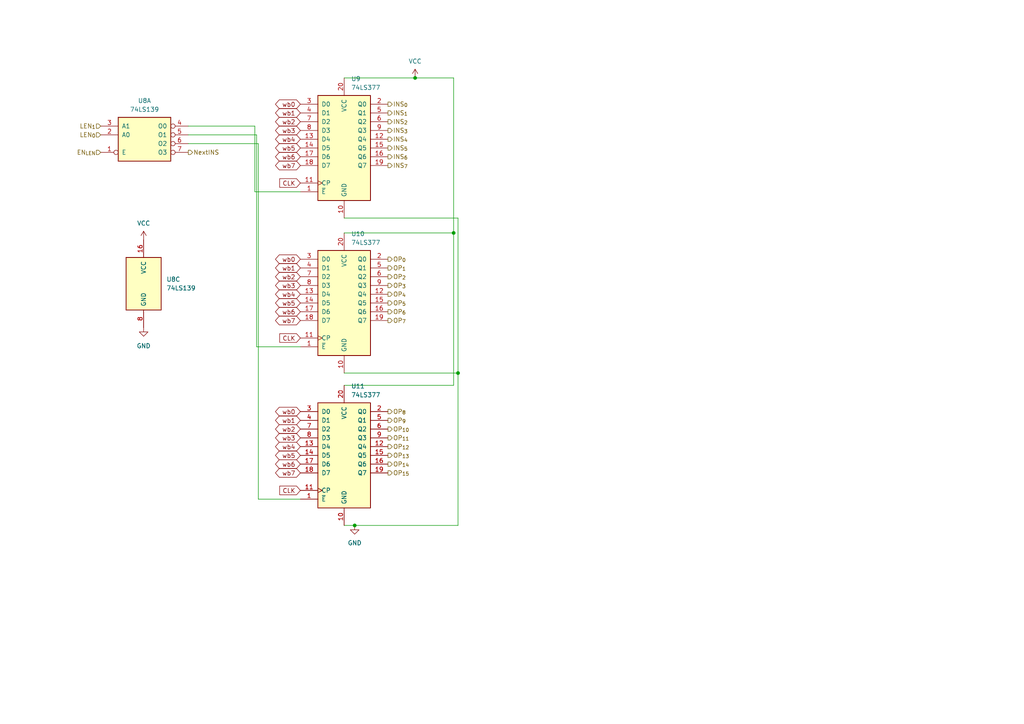
<source format=kicad_sch>
(kicad_sch (version 20211123) (generator eeschema)
  (paper "A4")
  (lib_symbols
    (symbol "74xx:74LS139" (pin_names (offset 1.016))
      (property "Reference" "U" (at -7.62 8.89 0))
      (property "Value" "74LS139" (at -7.62 -8.89 0))
      (symbol "74LS139_1_0"
        (pin input inverted (at -12.7 -5.08 0) (length 5.08) (name "E") (number "1"))
        (pin input line (at -12.7 0 0) (length 5.08) (name "A0") (number "2"))
        (pin input line (at -12.7 2.54 0) (length 5.08) (name "A1") (number "3"))
        (pin output inverted (at 12.7 2.54 180) (length 5.08) (name "O0") (number "4"))
        (pin output inverted (at 12.7 0 180) (length 5.08) (name "O1") (number "5"))
        (pin output inverted (at 12.7 -2.54 180) (length 5.08) (name "O2") (number "6"))
        (pin output inverted (at 12.7 -5.08 180) (length 5.08) (name "O3") (number "7"))
      )
      (symbol "74LS139_1_1"
        (rectangle (start -7.62 5.08) (end 7.62 -7.62) (stroke (width 0.254)) (fill (type background)))
      )
      (symbol "74LS139_2_0"
        (pin output inverted (at 12.7 -2.54 180) (length 5.08) (name "O2") (number "10"))
        (pin output inverted (at 12.7 0 180) (length 5.08) (name "O1") (number "11"))
        (pin output inverted (at 12.7 2.54 180) (length 5.08) (name "O0") (number "12"))
        (pin input line (at -12.7 2.54 0) (length 5.08) (name "A1") (number "13"))
        (pin input line (at -12.7 0 0) (length 5.08) (name "A0") (number "14"))
        (pin input inverted (at -12.7 -5.08 0) (length 5.08) (name "E") (number "15"))
        (pin output inverted (at 12.7 -5.08 180) (length 5.08) (name "O3") (number "9"))
      )
      (symbol "74LS139_2_1"
        (rectangle (start -7.62 5.08) (end 7.62 -7.62) (stroke (width 0.254)) (fill (type background)))
      )
      (symbol "74LS139_3_0"
        (pin power_in line (at 0 12.7 270) (length 5.08) (name "VCC") (number "16"))
        (pin power_in line (at 0 -12.7 90) (length 5.08) (name "GND") (number "8"))
      )
      (symbol "74LS139_3_1"
        (rectangle (start -5.08 7.62) (end 5.08 -7.62) (stroke (width 0.254)) (fill (type background)))
      )
    )
    (symbol "74xx:74LS377" (pin_names (offset 1.016))
      (property "Reference" "U" (at -7.62 16.51 0))
      (property "Value" "74LS377" (at -7.62 -16.51 0))
      (symbol "74LS377_1_0"
        (pin input line (at -12.7 -12.7 0) (length 5.08) (name "~{E}") (number "1"))
        (pin power_in line (at 0 -20.32 90) (length 5.08) (name "GND") (number "10"))
        (pin input clock (at -12.7 -10.16 0) (length 5.08) (name "CP") (number "11"))
        (pin output line (at 12.7 2.54 180) (length 5.08) (name "Q4") (number "12"))
        (pin input line (at -12.7 2.54 0) (length 5.08) (name "D4") (number "13"))
        (pin input line (at -12.7 0 0) (length 5.08) (name "D5") (number "14"))
        (pin output line (at 12.7 0 180) (length 5.08) (name "Q5") (number "15"))
        (pin output line (at 12.7 -2.54 180) (length 5.08) (name "Q6") (number "16"))
        (pin input line (at -12.7 -2.54 0) (length 5.08) (name "D6") (number "17"))
        (pin input line (at -12.7 -5.08 0) (length 5.08) (name "D7") (number "18"))
        (pin output line (at 12.7 -5.08 180) (length 5.08) (name "Q7") (number "19"))
        (pin output line (at 12.7 12.7 180) (length 5.08) (name "Q0") (number "2"))
        (pin power_in line (at 0 20.32 270) (length 5.08) (name "VCC") (number "20"))
        (pin input line (at -12.7 12.7 0) (length 5.08) (name "D0") (number "3"))
        (pin input line (at -12.7 10.16 0) (length 5.08) (name "D1") (number "4"))
        (pin output line (at 12.7 10.16 180) (length 5.08) (name "Q1") (number "5"))
        (pin output line (at 12.7 7.62 180) (length 5.08) (name "Q2") (number "6"))
        (pin input line (at -12.7 7.62 0) (length 5.08) (name "D2") (number "7"))
        (pin input line (at -12.7 5.08 0) (length 5.08) (name "D3") (number "8"))
        (pin output line (at 12.7 5.08 180) (length 5.08) (name "Q3") (number "9"))
      )
      (symbol "74LS377_1_1"
        (rectangle (start -7.62 15.24) (end 7.62 -15.24) (stroke (width 0.254)) (fill (type background)))
      )
    )
    (symbol "power:GND" (power) (pin_names (offset 0))
      (property "Value" "GND" (at 0 -3.81 0))
      (symbol "GND_0_1"
        (polyline (pts (xy 0 0) (xy 0 -1.27) (xy 1.27 -1.27) (xy 0 -2.54) (xy -1.27 -1.27) (xy 0 -1.27)))
      )
      (symbol "GND_1_1"
        (pin power_in line (at 0 0 270) (length 0) hide (name "GND") (number "1"))
      )
    )
    (symbol "power:VCC" (power) (pin_names (offset 0))
      (property "Value" "VCC" (at 0 3.81 0))
      (symbol "VCC_0_1"
        (polyline (pts (xy -0.762 1.27) (xy 0 2.54)))
        (polyline (pts (xy 0 0) (xy 0 2.54)))
        (polyline (pts (xy 0 2.54) (xy 0.762 1.27)))
      )
      (symbol "VCC_1_1"
        (pin power_in line (at 0 0 90) (length 0) hide (name "VCC") (number "1"))
      )
    )
  )
  (junction (at 120.396 22.606))
  (junction (at 132.842 108.204))
  (junction (at 131.572 67.564))
  (junction (at 102.87 152.4))
  (wire (pts (xy 99.822 67.564) (xy 131.572 67.564)))
  (wire (pts (xy 99.822 63.246) (xy 132.842 63.246)))
  (wire (pts (xy 99.822 22.606) (xy 120.396 22.606)))
  (wire (pts (xy 99.822 152.4) (xy 102.87 152.4)))
  (wire (pts (xy 102.87 152.4) (xy 132.842 152.4)))
  (wire (pts (xy 74.422 39.116) (xy 74.422 100.584)))
  (wire (pts (xy 131.572 111.76) (xy 99.822 111.76)))
  (wire (pts (xy 132.842 108.204) (xy 132.842 152.4)))
  (wire (pts (xy 73.914 36.576) (xy 73.914 55.626)))
  (wire (pts (xy 99.822 108.204) (xy 132.842 108.204)))
  (wire (pts (xy 87.122 100.584) (xy 74.422 100.584)))
  (wire (pts (xy 54.61 39.116) (xy 74.422 39.116)))
  (wire (pts (xy 120.396 22.606) (xy 131.572 22.606)))
  (wire (pts (xy 73.914 55.626) (xy 87.122 55.626)))
  (wire (pts (xy 74.93 144.78) (xy 87.122 144.78)))
  (wire (pts (xy 131.572 22.606) (xy 131.572 67.564)))
  (wire (pts (xy 132.842 63.246) (xy 132.842 108.204)))
  (wire (pts (xy 131.572 67.564) (xy 131.572 111.76)))
  (wire (pts (xy 74.93 41.656) (xy 74.93 144.78)))
  (wire (pts (xy 54.61 36.576) (xy 73.914 36.576)))
  (wire (pts (xy 54.61 41.656) (xy 74.93 41.656)))
  (global_label "wb4" (shape tri_state) (at 87.122 129.54 180) (property "Intersheet References" "${INTERSHEET_REFS}" (effects hide)))
  (global_label "wb3" (shape tri_state) (at 87.122 37.846 180) (property "Intersheet References" "${INTERSHEET_REFS}" (effects hide)))
  (global_label "CLK" (shape input) (at 87.122 142.24 180) (property "Intersheet References" "${INTERSHEET_REFS}" (effects hide)))
  (global_label "wb7" (shape tri_state) (at 87.122 137.16 180) (property "Intersheet References" "${INTERSHEET_REFS}" (effects hide)))
  (global_label "wb4" (shape tri_state) (at 87.122 40.386 180) (property "Intersheet References" "${INTERSHEET_REFS}" (effects hide)))
  (global_label "wb7" (shape tri_state) (at 87.122 48.006 180) (property "Intersheet References" "${INTERSHEET_REFS}" (effects hide)))
  (global_label "wb0" (shape tri_state) (at 87.122 30.226 180) (property "Intersheet References" "${INTERSHEET_REFS}" (effects hide)))
  (global_label "wb2" (shape tri_state) (at 87.122 124.46 180) (property "Intersheet References" "${INTERSHEET_REFS}" (effects hide)))
  (global_label "CLK" (shape input) (at 87.122 98.044 180) (property "Intersheet References" "${INTERSHEET_REFS}" (effects hide)))
  (global_label "wb6" (shape tri_state) (at 87.122 90.424 180) (property "Intersheet References" "${INTERSHEET_REFS}" (effects hide)))
  (global_label "wb2" (shape tri_state) (at 87.122 80.264 180) (property "Intersheet References" "${INTERSHEET_REFS}" (effects hide)))
  (global_label "CLK" (shape input) (at 87.122 53.086 180) (property "Intersheet References" "${INTERSHEET_REFS}" (effects hide)))
  (global_label "wb5" (shape tri_state) (at 87.122 42.926 180) (property "Intersheet References" "${INTERSHEET_REFS}" (effects hide)))
  (global_label "wb6" (shape tri_state) (at 87.122 45.466 180) (property "Intersheet References" "${INTERSHEET_REFS}" (effects hide)))
  (global_label "wb7" (shape tri_state) (at 87.122 92.964 180) (property "Intersheet References" "${INTERSHEET_REFS}" (effects hide)))
  (global_label "wb0" (shape tri_state) (at 87.122 119.38 180) (property "Intersheet References" "${INTERSHEET_REFS}" (effects hide)))
  (global_label "wb5" (shape tri_state) (at 87.122 132.08 180) (property "Intersheet References" "${INTERSHEET_REFS}" (effects hide)))
  (global_label "wb2" (shape tri_state) (at 87.122 35.306 180) (property "Intersheet References" "${INTERSHEET_REFS}" (effects hide)))
  (global_label "wb1" (shape tri_state) (at 87.122 77.724 180) (property "Intersheet References" "${INTERSHEET_REFS}" (effects hide)))
  (global_label "wb5" (shape tri_state) (at 87.122 87.884 180) (property "Intersheet References" "${INTERSHEET_REFS}" (effects hide)))
  (global_label "wb3" (shape tri_state) (at 87.122 82.804 180) (property "Intersheet References" "${INTERSHEET_REFS}" (effects hide)))
  (global_label "wb6" (shape tri_state) (at 87.122 134.62 180) (property "Intersheet References" "${INTERSHEET_REFS}" (effects hide)))
  (global_label "wb4" (shape tri_state) (at 87.122 85.344 180) (property "Intersheet References" "${INTERSHEET_REFS}" (effects hide)))
  (global_label "wb1" (shape tri_state) (at 87.122 32.766 180) (property "Intersheet References" "${INTERSHEET_REFS}" (effects hide)))
  (global_label "wb3" (shape tri_state) (at 87.122 127 180) (property "Intersheet References" "${INTERSHEET_REFS}" (effects hide)))
  (global_label "wb0" (shape tri_state) (at 87.122 75.184 180) (property "Intersheet References" "${INTERSHEET_REFS}" (effects hide)))
  (global_label "wb1" (shape tri_state) (at 87.122 121.92 180) (property "Intersheet References" "${INTERSHEET_REFS}" (effects hide)))
  (hierarchical_label "OP_{8}" (shape output) (at 112.522 119.38 0))
  (hierarchical_label "OP_{6}" (shape output) (at 112.522 90.424 0))
  (hierarchical_label "LEN_{1}" (shape input) (at 29.21 36.576 180))
  (hierarchical_label "OP_{14}" (shape output) (at 112.522 134.62 0))
  (hierarchical_label "OP_{4}" (shape output) (at 112.522 85.344 0))
  (hierarchical_label "OP_{13}" (shape output) (at 112.522 132.08 0))
  (hierarchical_label "EN_{LEN}" (shape input) (at 29.21 44.196 180))
  (hierarchical_label "LEN_{0}" (shape input) (at 29.21 39.116 180))
  (hierarchical_label "OP_{12}" (shape output) (at 112.522 129.54 0))
  (hierarchical_label "OP_{3}" (shape output) (at 112.522 82.804 0))
  (hierarchical_label "OP_{11}" (shape output) (at 112.522 127 0))
  (hierarchical_label "INS_{3}" (shape output) (at 112.522 37.846 0))
  (hierarchical_label "OP_{2}" (shape output) (at 112.522 80.264 0))
  (hierarchical_label "OP_{9}" (shape output) (at 112.522 121.92 0))
  (hierarchical_label "OP_{0}" (shape output) (at 112.522 75.184 0))
  (hierarchical_label "INS_{2}" (shape output) (at 112.522 35.306 0))
  (hierarchical_label "OP_{1}" (shape output) (at 112.522 77.724 0))
  (hierarchical_label "INS_{0}" (shape output) (at 112.522 30.226 0))
  (hierarchical_label "OP_{15}" (shape output) (at 112.522 137.16 0))
  (hierarchical_label "INS_{1}" (shape output) (at 112.522 32.766 0))
  (hierarchical_label "INS_{7}" (shape output) (at 112.522 48.006 0))
  (hierarchical_label "INS_{6}" (shape output) (at 112.522 45.466 0))
  (hierarchical_label "OP_{7}" (shape output) (at 112.522 92.964 0))
  (hierarchical_label "OP_{10}" (shape output) (at 112.522 124.46 0))
  (hierarchical_label "NextINS" (shape output) (at 54.61 44.196 0))
  (hierarchical_label "OP_{5}" (shape output) (at 112.522 87.884 0))
  (hierarchical_label "INS_{4}" (shape output) (at 112.522 40.386 0))
  (hierarchical_label "INS_{5}" (shape output) (at 112.522 42.926 0))
  (symbol (lib_id "power:GND") (at 41.656 94.996 0) (unit 1)
    (property "Reference" "#PWR0124" (effects hide))
    (property "Value" "GND" (at 41.656 100.33 0))
  )
  (symbol (lib_id "74xx:74LS377") (at 99.822 132.08 0) (unit 1)
    (property "Reference" "U11" (at 101.8414 112.014 0) (effects (justify left)))
    (property "Value" "74LS377" (at 101.8414 114.554 0) (effects (justify left)))
    (property "Footprint" "Package_DIP:DIP-20_W7.62mm_Socket_LongPads" (effects hide))
    (property "Datasheet" "http://www.ti.com/lit/gpn/sn74LS377" (effects hide))
  )
  (symbol (lib_id "74xx:74LS139") (at 41.656 82.296 0) (unit 3)
    (property "Reference" "U8" (at 48.26 81.0259 0) (effects (justify left)))
    (property "Value" "74LS139" (at 48.26 83.5659 0) (effects (justify left)))
    (property "Footprint" "Package_DIP:DIP-16_W7.62mm_Socket_LongPads" (effects hide))
    (property "Datasheet" "http://www.ti.com/lit/ds/symlink/sn74ls139a.pdf" (effects hide))
  )
  (symbol (lib_id "74xx:74LS377") (at 99.822 42.926 0) (unit 1)
    (property "Reference" "U9" (at 101.8414 22.86 0) (effects (justify left)))
    (property "Value" "74LS377" (at 101.8414 25.4 0) (effects (justify left)))
    (property "Footprint" "Package_DIP:DIP-20_W7.62mm_Socket_LongPads" (effects hide))
    (property "Datasheet" "http://www.ti.com/lit/gpn/sn74LS377" (effects hide))
  )
  (symbol (lib_id "74xx:74LS377") (at 99.822 87.884 0) (unit 1)
    (property "Reference" "U10" (at 101.8414 67.818 0) (effects (justify left)))
    (property "Value" "74LS377" (at 101.8414 70.358 0) (effects (justify left)))
    (property "Footprint" "Package_DIP:DIP-20_W7.62mm_Socket_LongPads" (effects hide))
    (property "Datasheet" "http://www.ti.com/lit/gpn/sn74LS377" (effects hide))
  )
  (symbol (lib_id "power:VCC") (at 41.656 69.596 0) (unit 1)
    (property "Reference" "#PWR0125" (effects hide))
    (property "Value" "VCC" (at 41.656 64.77 0))
  )
  (symbol (lib_id "74xx:74LS139") (at 41.91 39.116 0) (unit 1)
    (property "Reference" "U8" (at 41.91 29.21 0))
    (property "Value" "74LS139" (at 41.91 31.75 0))
    (property "Footprint" "Package_DIP:DIP-16_W7.62mm_Socket_LongPads" (effects hide))
    (property "Datasheet" "http://www.ti.com/lit/ds/symlink/sn74ls139a.pdf" (effects hide))
  )
  (symbol (lib_id "power:GND") (at 102.87 152.4 0) (unit 1)
    (property "Reference" "#PWR0126" (effects hide))
    (property "Value" "GND" (at 102.87 157.48 0))
  )
  (symbol (lib_id "power:VCC") (at 120.396 22.606 0) (unit 1)
    (property "Reference" "#PWR0123" (effects hide))
    (property "Value" "VCC" (at 120.396 17.78 0))
  )
)
</source>
